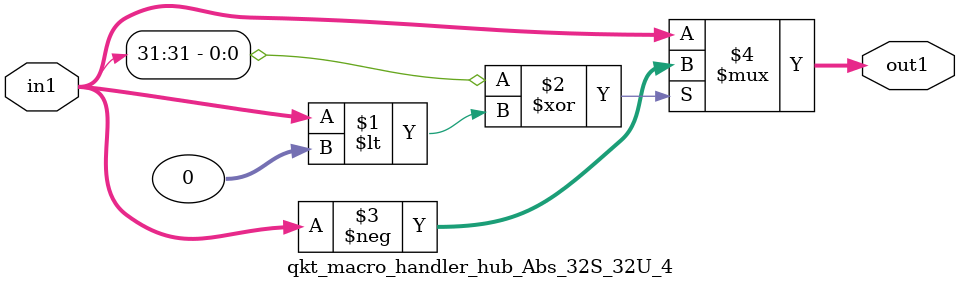
<source format=v>

`timescale 1ps / 1ps


module qkt_macro_handler_hub_Abs_32S_32U_4( in1, out1 );

    input [31:0] in1;
    output [31:0] out1;

    
    // rtl_process:qkt_macro_handler_hub_Abs_32S_32U_4/qkt_macro_handler_hub_Abs_32S_32U_4_thread_1
    assign out1 = (in1[31] ^ in1 < 32'd0000000000) ? -in1 : in1;

endmodule



</source>
